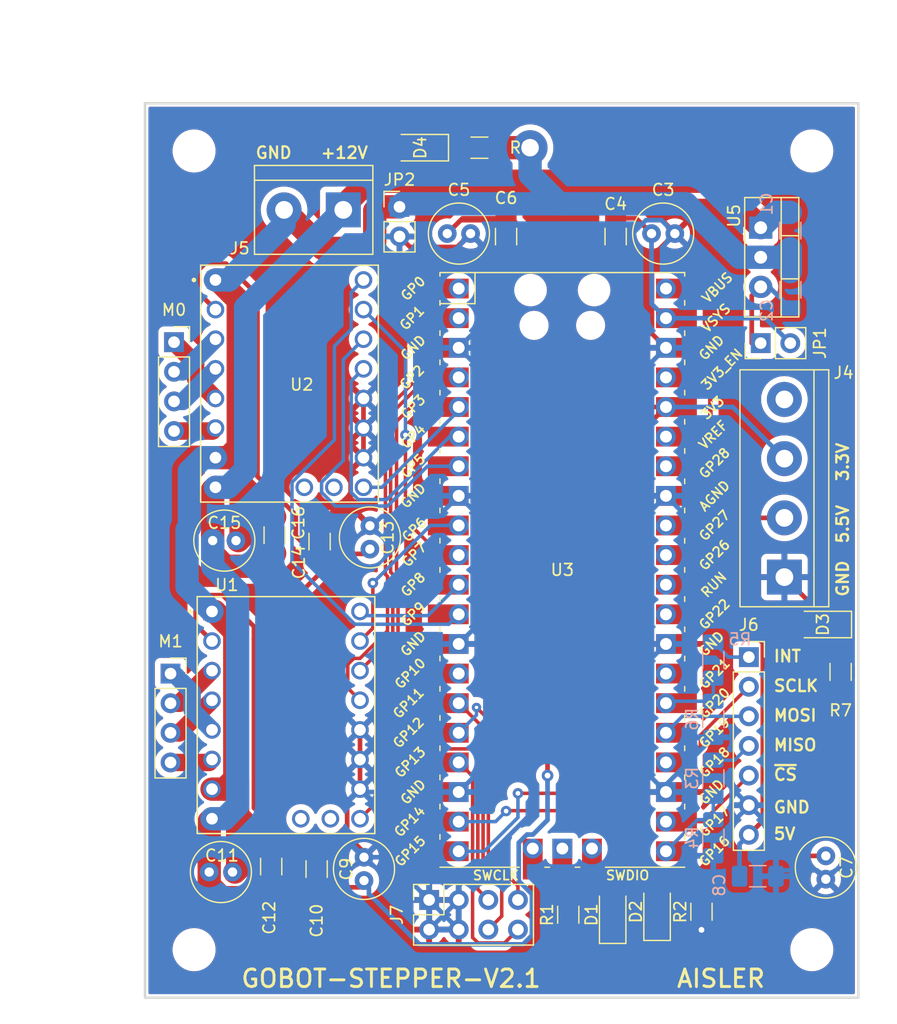
<source format=kicad_pcb>
(kicad_pcb
	(version 20240108)
	(generator "pcbnew")
	(generator_version "8.0")
	(general
		(thickness 1.6)
		(legacy_teardrops no)
	)
	(paper "A4")
	(title_block
		(title "GOBOT STEPPER BOARD")
		(date "2024-10-03")
		(rev "v.2.1")
		(comment 3 "Author: AlexanderHD27")
		(comment 4 "AISLER Project ID: DXWAAOSK")
	)
	(layers
		(0 "F.Cu" signal)
		(31 "B.Cu" signal)
		(32 "B.Adhes" user "B.Adhesive")
		(33 "F.Adhes" user "F.Adhesive")
		(34 "B.Paste" user)
		(35 "F.Paste" user)
		(36 "B.SilkS" user "B.Silkscreen")
		(37 "F.SilkS" user "F.Silkscreen")
		(38 "B.Mask" user)
		(39 "F.Mask" user)
		(40 "Dwgs.User" user "User.Drawings")
		(41 "Cmts.User" user "User.Comments")
		(42 "Eco1.User" user "User.Eco1")
		(43 "Eco2.User" user "User.Eco2")
		(44 "Edge.Cuts" user)
		(45 "Margin" user)
		(46 "B.CrtYd" user "B.Courtyard")
		(47 "F.CrtYd" user "F.Courtyard")
		(48 "B.Fab" user)
		(49 "F.Fab" user)
		(50 "User.1" user)
		(51 "User.2" user)
		(52 "User.3" user)
		(53 "User.4" user)
		(54 "User.5" user)
		(55 "User.6" user)
		(56 "User.7" user)
		(57 "User.8" user)
		(58 "User.9" user)
	)
	(setup
		(stackup
			(layer "F.SilkS"
				(type "Top Silk Screen")
			)
			(layer "F.Paste"
				(type "Top Solder Paste")
			)
			(layer "F.Mask"
				(type "Top Solder Mask")
				(thickness 0.01)
			)
			(layer "F.Cu"
				(type "copper")
				(thickness 0.035)
			)
			(layer "dielectric 1"
				(type "core")
				(thickness 1.51)
				(material "FR4")
				(epsilon_r 4.5)
				(loss_tangent 0.02)
			)
			(layer "B.Cu"
				(type "copper")
				(thickness 0.035)
			)
			(layer "B.Mask"
				(type "Bottom Solder Mask")
				(thickness 0.01)
			)
			(layer "B.Paste"
				(type "Bottom Solder Paste")
			)
			(layer "B.SilkS"
				(type "Bottom Silk Screen")
			)
			(copper_finish "HAL lead-free")
			(dielectric_constraints no)
		)
		(pad_to_mask_clearance 0)
		(allow_soldermask_bridges_in_footprints no)
		(pcbplotparams
			(layerselection 0x00010fc_ffffffff)
			(plot_on_all_layers_selection 0x0000000_00000000)
			(disableapertmacros no)
			(usegerberextensions no)
			(usegerberattributes yes)
			(usegerberadvancedattributes yes)
			(creategerberjobfile yes)
			(dashed_line_dash_ratio 12.000000)
			(dashed_line_gap_ratio 3.000000)
			(svgprecision 4)
			(plotframeref no)
			(viasonmask no)
			(mode 1)
			(useauxorigin no)
			(hpglpennumber 1)
			(hpglpenspeed 20)
			(hpglpendiameter 15.000000)
			(pdf_front_fp_property_popups yes)
			(pdf_back_fp_property_popups yes)
			(dxfpolygonmode yes)
			(dxfimperialunits yes)
			(dxfusepcbnewfont yes)
			(psnegative no)
			(psa4output no)
			(plotreference yes)
			(plotvalue yes)
			(plotfptext yes)
			(plotinvisibletext no)
			(sketchpadsonfab no)
			(subtractmaskfromsilk no)
			(outputformat 1)
			(mirror no)
			(drillshape 1)
			(scaleselection 1)
			(outputdirectory "")
		)
	)
	(net 0 "")
	(net 1 "GND")
	(net 2 "+12V")
	(net 3 "Net-(JP1-A)")
	(net 4 "Net-(D1-A)")
	(net 5 "Net-(D1-K)")
	(net 6 "Net-(D2-A)")
	(net 7 "Net-(D2-K)")
	(net 8 "Net-(D3-K)")
	(net 9 "+5V")
	(net 10 "Net-(D4-K)")
	(net 11 "Net-(J1-Pin_4)")
	(net 12 "Net-(J1-Pin_3)")
	(net 13 "Net-(J2-Pin_4)")
	(net 14 "Net-(J2-Pin_1)")
	(net 15 "Net-(J2-Pin_2)")
	(net 16 "Net-(J2-Pin_3)")
	(net 17 "/INT")
	(net 18 "/MISO")
	(net 19 "+3.3V")
	(net 20 "/CS")
	(net 21 "/SCLK")
	(net 22 "/MOSI")
	(net 23 "GND1")
	(net 24 "unconnected-(J4-Pin_4-Pad4)")
	(net 25 "/INT_V5")
	(net 26 "/MISO_V5")
	(net 27 "/RX1")
	(net 28 "/LIMIT4")
	(net 29 "unconnected-(U3-RUN-Pad30)")
	(net 30 "unconnected-(U3-GPIO28_ADC2-Pad34)")
	(net 31 "unconnected-(U3-ADC_VREF-Pad35)")
	(net 32 "/LIMIT3")
	(net 33 "unconnected-(U3-VBUS-Pad40)")
	(net 34 "/TX1")
	(net 35 "Net-(J1-Pin_1)")
	(net 36 "Net-(J1-Pin_2)")
	(net 37 "/STEP2")
	(net 38 "/DIR1")
	(net 39 "unconnected-(U3-GND-Pad42)")
	(net 40 "unconnected-(U3-3V3_EN-Pad37)")
	(net 41 "unconnected-(U3-SWDIO-Pad43)")
	(net 42 "unconnected-(U3-GPIO28_ADC2-Pad34)_1")
	(net 43 "/LIMIT2")
	(net 44 "unconnected-(U3-SWCLK-Pad41)")
	(net 45 "unconnected-(U3-SWCLK-Pad41)_1")
	(net 46 "/LIMIT1")
	(net 47 "/STEP1")
	(net 48 "unconnected-(U3-SWDIO-Pad43)_1")
	(net 49 "unconnected-(U3-RUN-Pad30)_1")
	(net 50 "unconnected-(U3-GPIO22-Pad29)")
	(net 51 "unconnected-(U3-3V3_EN-Pad37)_1")
	(net 52 "/RX2")
	(net 53 "/EN2")
	(net 54 "unconnected-(U3-ADC_VREF-Pad35)_1")
	(net 55 "/EN1")
	(net 56 "unconnected-(U3-GPIO27_ADC1-Pad32)")
	(net 57 "/DIR2")
	(net 58 "unconnected-(U3-GPIO21-Pad27)")
	(net 59 "unconnected-(U3-GND-Pad42)_1")
	(net 60 "unconnected-(U3-VBUS-Pad40)_1")
	(net 61 "unconnected-(U3-GPIO26_ADC0-Pad31)")
	(net 62 "unconnected-(U3-GPIO22-Pad29)_1")
	(net 63 "unconnected-(U3-GPIO21-Pad27)_1")
	(net 64 "unconnected-(U3-GPIO27_ADC1-Pad32)_1")
	(net 65 "unconnected-(U3-GPIO26_ADC0-Pad31)_1")
	(net 66 "/TX2")
	(net 67 "unconnected-(U1-INDEX-Pad17)")
	(net 68 "unconnected-(U1-DIAG-Pad18)")
	(net 69 "unconnected-(U2-DIAG-Pad18)")
	(net 70 "unconnected-(U2-INDEX-Pad17)")
	(footprint "Package_TO_SOT_THT:TO-220-3_Vertical" (layer "F.Cu") (at 86.614 36.576 -90))
	(footprint "Capacitor_THT:C_Radial_D5.0mm_H11.0mm_P2.00mm" (layer "F.Cu") (at 52.578 92.572272 90))
	(footprint "Resistor_SMD:R_1206_3216Metric_Pad1.30x1.75mm_HandSolder" (layer "F.Cu") (at 93.472 74.676 90))
	(footprint "Connector_PinSocket_2.54mm:PinSocket_1x07_P2.54mm_Vertical" (layer "F.Cu") (at 85.598 73.406))
	(footprint "Capacitor_THT:C_Radial_D5.0mm_H11.0mm_P2.00mm" (layer "F.Cu") (at 92.202 90.456 -90))
	(footprint "Capacitor_SMD:C_1206_3216Metric_Pad1.33x1.80mm_HandSolder" (layer "F.Cu") (at 48.768 63.5 90))
	(footprint "tmc2209:MODULE_TMC2209_SILENTSTEPSTICK" (layer "F.Cu") (at 46.184 49.954272))
	(footprint "Capacitor_SMD:C_1206_3216Metric_Pad1.33x1.80mm_HandSolder" (layer "F.Cu") (at 74.168 37.338 -90))
	(footprint "MountingHole:MountingHole_3.2mm_M3" (layer "F.Cu") (at 91 30))
	(footprint "tmc2209:MODULE_TMC2209_SILENTSTEPSTICK" (layer "F.Cu") (at 45.886 78.380272))
	(footprint "Connector_PinHeader_2.54mm:PinHeader_1x02_P2.54mm_Vertical" (layer "F.Cu") (at 86.614 46.482 90))
	(footprint "Capacitor_THT:C_Radial_D5.0mm_H11.0mm_P2.00mm" (layer "F.Cu") (at 39.298 91.842272))
	(footprint "Connector_PinSocket_2.54mm:PinSocket_1x04_P2.54mm_Vertical" (layer "F.Cu") (at 35.98 74.824272))
	(footprint "Connector_PinHeader_2.54mm:PinHeader_1x02_P2.54mm_Vertical" (layer "F.Cu") (at 55.626 34.793))
	(footprint "Capacitor_SMD:C_1206_3216Metric_Pad1.33x1.80mm_HandSolder" (layer "F.Cu") (at 64.77 37.338 -90))
	(footprint "Connector_PinSocket_2.54mm:PinSocket_1x04_P2.54mm_Vertical" (layer "F.Cu") (at 36.278 46.398272))
	(footprint "Capacitor_THT:C_Radial_D5.0mm_H11.0mm_P2.00mm" (layer "F.Cu") (at 39.596 63.416272))
	(footprint "Capacitor_THT:C_Radial_D5.0mm_H11.0mm_P2.00mm" (layer "F.Cu") (at 77.248 37.084))
	(footprint "Capacitor_SMD:C_1206_3216Metric_Pad1.33x1.80mm_HandSolder" (layer "F.Cu") (at 44.616 91.372772 90))
	(footprint "Capacitor_SMD:C_1206_3216Metric_Pad1.33x1.80mm_HandSolder" (layer "F.Cu") (at 44.914 62.946772 90))
	(footprint "Resistor_SMD:R_1206_3216Metric_Pad1.30x1.75mm_HandSolder" (layer "F.Cu") (at 70.104 95.504 90))
	(footprint "MountingHole:MountingHole_3.2mm_M3" (layer "F.Cu") (at 38 30))
	(footprint "Connector_PinSocket_2.54mm:PinSocket_2x04_P2.54mm_Vertical" (layer "F.Cu") (at 58.166 94.234 90))
	(footprint "LED_SMD:LED_1206_3216Metric_Pad1.42x1.75mm_HandSolder" (layer "F.Cu") (at 73.914 95.504 90))
	(footprint "Resistor_SMD:R_1206_3216Metric_Pad1.30x1.75mm_HandSolder" (layer "F.Cu") (at 62.484 29.718 180))
	(footprint "LED_SMD:LED_1206_3216Metric_Pad1.42x1.75mm_HandSolder" (layer "F.Cu") (at 77.724 95.25 90))
	(footprint "MountingHole:MountingHole_3.2mm_M3" (layer "F.Cu") (at 91 98.5))
	(footprint "Capacitor_THT:C_Radial_D5.0mm_H11.0mm_P2.00mm" (layer "F.Cu") (at 53.086 64.146272 90))
	(footprint "TerminalBlock:TerminalBlock_bornier-4_P5.08mm" (layer "F.Cu") (at 88.646 66.548 90))
	(footprint "LED_SMD:LED_1206_3216Metric_Pad1.42x1.75mm_HandSolder" (layer "F.Cu") (at 91.948 70.612 180))
	(footprint "TerminalBlock:TerminalBlock_bornier-2_P5.08mm" (layer "F.Cu") (at 50.8 35.052 180))
	(footprint "Resistor_SMD:R_1206_3216Metric_Pad1.30x1.75mm_HandSolder" (layer "F.Cu") (at 81.534 95.25 90))
	(footprint "Capacitor_THT:C_Radial_D5.0mm_H11.0mm_P2.00mm" (layer "F.Cu") (at 59.722 37.084))
	(footprint "MountingHole:MountingHole_3.2mm_M3" (layer "F.Cu") (at 38 98.5))
	(footprint "MCU_RaspberryPi_and_Boards:RPi_Pico_SMD_TH"
		(layer "F.Cu")
		(uuid "b06347e8-6b7f-44ee-9189-fbb6dd46a7f9")
		(at 69.596 65.928)
		(descr "Through hole straight pin header, 2x20, 2.54mm pitch, double rows")
		(tags "Through hole pin header THT 2x20 2.54mm double row")
		(property "Reference" "U3"
			(at 0 0 0)
			(layer "F.SilkS")
			(uuid "2b3c6f84-cac9-4be7-84e5-8f4b25b10e85")
			(effects
				(font
					(size 1 1)
					(thickness 0.15)
				)
			)
		)
		(property "Value" "Pico"
			(at 0 2.159 0)
			(layer "F.Fab")
			(uuid "5d14e036-570c-4b7d-a03b-855d69660bab")
			(effects
				(font
					(size 1 1)
					(thickness 0.15)
				)
			)
		)
		(property "Footprint" "MCU_RaspberryPi_and_Boards:RPi_Pico_SMD_TH"
			(at 0 0 0)
			(layer "F.Fab")
			(hide yes)
			(uuid "8bd16960-67b4-4035-a3ce-ebcbb327c12d")
			(effects
				(font
					(size 1.27 1.27)
					(thickness 0.15)
				)
			)
		)
		(property "Datasheet" ""
			(at 0 0 0)
			(layer "F.Fab")
			(hide yes)
			(uuid "8a20db70-0f37-4704-8602-b3440a312fc5")
			(effects
				(font
					(size 1.27 1.27)
					(thickness 0.15)
				)
			)
		)
		(property "Description" ""
			(at 0 0 0)
			(layer "F.Fab")
			(hide yes)
			(uuid "1d1e925f-bf57-4d09-abaa-7844dde7f249")
			(effects
				(font
					(size 1.27 1.27)
					(thickness 0.15)
				)
			)
		)
		(path "/fd99e558-8a7d-448b-809d-2c873051a073")
		(sheetname "Root")
		(sheetfile "motor-driver-breakout-v2.kicad_sch")
		(attr through_hole)
		(fp_line
			(start -10.5 -25.5)
			(end -10.5 -25.2)
			(stroke
				(width 0.12)
				(type solid)
			)
			(layer "F.SilkS")
			(uuid "bc292a82-e026-4cf9-bb82-a22331cdb7e4")
		)
		(fp_line
			(start -10.5 -25.5)
			(end 10.5 -25.5)
			(stroke
				(width 0.12)
				(type solid)
			)
			(layer "F.SilkS")
			(uuid "ee02dfba-28aa-49a4-84fc-f11c189d594a")
		)
		(fp_line
			(start -10.5 -23.1)
			(end -10.5 -22.7)
			(stroke
				(width 0.12)
				(type solid)
			)
			(layer "F.SilkS")
			(uuid "8698694e-2633-4700-871a-26a6fb935723")
		)
		(fp_line
			(start -10.5 -22.833)
			(end -7.493 -22.833)
			(stroke
				(width 0.12)
				(type solid)
			)
			(layer "F.SilkS")
			(uuid "4acbd19e-8f6d-4111-b171-5eeb62dc8cc8")
		)
		(fp_line
			(start -10.5 -20.5)
			(end -10.5 -20.1)
			(stroke
				(width 0.12)
				(type solid)
			)
			(layer "F.SilkS")
			(uuid "9ed0fe74-ebb7-435d-acfb-df3df95deae3")
		)
		(fp_line
			(start -10.5 -18)
			(end -10.5 -17.6)
			(stroke
				(width 0.12)
				(type solid)
			)
			(layer "F.SilkS")
			(uuid "12805aba-f6a1-40a6-b18e-93ccbac218a6")
		)
		(fp_line
			(start -10.5 -15.4)
			(end -10.5 -15)
			(stroke
				(width 0.12)
				(type solid)
			)
			(layer "F.SilkS")
			(uuid "6fee7454-9f79-4dec-89c3-f3a97f57eac5")
		)
		(fp_line
			(start -10.5 -12.9)
			(end -10.5 -12.5)
			(stroke
				(width 0.12)
				(type solid)
			)
			(layer "F.SilkS")
			(uuid "33ba28ba-d33d-4444-9fc3-9e2df5bbdf40")
		)
		(fp_line
			(start -10.5 -10.4)
			(end -10.5 -10)
			(stroke
				(width 0.12)
				(type solid)
			)
			(layer "F.SilkS")
			(uuid "ea11da48-df8f-4cff-b4f4-c40f94fef06d")
		)
		(fp_line
			(start -10.5 -7.8)
			(end -10.5 -7.4)
			(stroke
				(width 0.12)
				(type solid)
			)
			(layer "F.SilkS")
			(uuid "58083713-923d-41a1-a0d7-c5a3b7b5b2fd")
		)
		(fp_line
			(start -10.5 -5.3)
			(end -10.5 -4.9)
			(stroke
				(width 0.12)
				(type solid)
			)
			(layer "F.SilkS")
			(uuid "2a32dfdc-58d5-41b7-8f45-1c76ca9e7338")
		)
		(fp_line
			(start -10.5 -2.7)
			(end -10.5 -2.3)
			(stroke
				(width 0.12)
				(type solid)
			)
			(layer "F.SilkS")
			(uuid "4bf6c09e-afec-419e-81ee-7e7f591464ab")
		)
		(fp_line
			(start -10.5 -0.2)
			(end -10.5 0.2)
			(stroke
				(width 0.12)
				(type solid)
			)
			(layer "F.SilkS")
			(uuid "eb46d040-23af-4201-9ed5-da5e29bebe24")
		)
		(fp_line
			(start -10.5 2.3)
			(end -10.5 2.7)
			(stroke
				(width 0.12)
				(type solid)
			)
			(layer "F.SilkS")
			(uuid "ea8c064f-ef7e-4cda-b5e1-55cbc7c09215")
		)
		(fp_line
			(start -10.5 4.9)
			(end -10.5 5.3)
			(stroke
				(width 0.12)
				(type solid)
			)
			(layer "F.SilkS")
			(uuid "3562896a-966b-435c-9fbe-64b9eabe1670")
		)
		(fp_line
			(start -10.5 7.4)
			(end -10.5 7.8)
			(stroke
				(width 0.12)
				(type solid)
			)
			(layer "F.SilkS")
			(uuid "52f2cbb2-2b86-4ffe-9e60-92bee5d38b44")
		)
		(fp_line
			(start -10.5 10)
			(end -10.5 10.4)
			(stroke
				(width 0.12)
				(type solid)
			)
			(layer "F.SilkS")
			(uuid "484aee7e-d0f5-44e5-ba03-aaa46edf109e")
		)
		(fp_line
			(start -10.5 12.5)
			(end -10.5 12.9)
			(stroke
				(width 0.12)
				(type solid)
			)
			(layer "F.SilkS")
			(uuid "2f5c9be5-9216-43f7-a7f3-59723e76e118")
		)
		(fp_line
			(start -10.5 15.1)
			(end -10.5 15.5)
			(stroke
				(width 0.12)
				(type solid)
			)
			(layer "F.SilkS")
			(uuid "617c0ba4-7fce-4d06-8012-765ff406fce7")
		)
		(fp_line
			(start -10.5 17.6)
			(end -10.5 18)
			(stroke
				(width 0.12)
				(type solid)
			)
			(layer "F.SilkS")
			(uuid "b4288aff-ade1-435a-8acc-acf37dc5b225")
		)
		(fp_line
			(start -10.5 20.1)
			(end -10.5 20.5)
			(stroke
				(width 0.12)
				(type solid)
			)
			(layer "F.SilkS")
			(uuid "a4059a4a-88bb-4720-b4dd-70975e2cadba")
		)
		(fp_line
			(start -10.5 22.7)
			(end -10.5 23.1)
			(stroke
				(width 0.12)
				(type solid)
			)
			(layer "F.SilkS")
			(uuid "2953c12b-5544-4cdb-9e57-4a9b6d2658d3")
		)
		(fp_line
			(start -7.493 -22.833)
			(end -7.493 -25.5)
			(stroke
				(width 0.12)
				(type solid)
			)
			(layer "F.SilkS")
			(uuid "1635b7ff-dbd6-437f-88c3-21ec87b3269c")
		)
		(fp_line
			(start -3.7 25.5)
			(end -10.5 25.5)
			(stroke
				(width 0.12)
				(type solid)
			)
			(layer "F.SilkS")
			(uuid "4dca791f-c49e-42b0-b310-abdce517e8cb")
		)
		(fp_line
			(start -1.5 25.5)
			(end -1.1 25.5)
			(stroke
				(width 0.12)
				(type solid)
			)
			(layer "F.SilkS")
			(uuid "1b9b7dce-7be2-4b73-88de-3101a5c67d59")
		)
		(fp_line
			(start 1.1 25.5)
			(end 1.5 25.5)
			(stroke
				(width 0.12)
				(type solid)
			)
			(layer "F.SilkS")
			(uuid "0920dca8-a079-4a5e-b1d5-0a1b2cc27455")
		)
		(fp_line
			(start 10.5 -25.5)
			(end 10.5 -25.2)
			(stroke
				(width 0.12)
				(type solid)
			)
			(layer "F.SilkS")
			(uuid "aa9c5025-55ac-4e85-b883-10a54a919f7c")
		)
		(fp_line
			(start 10.5 -23.1)
			(end 10.5 -22.7)
			(stroke
				(width 0.12)
				(type solid)
			)
			(layer "F.SilkS")
			(uuid "f9db0b16-8b97-4755-8de7-be43f702834e")
		)
		(fp_line
			(start 10.5 -20.5)
			(end 10.5 -20.1)
			(stroke
				(width 0.12)
				(type solid)
			)
			(layer "F.SilkS")
			(uuid "445a0af1-efc2-4491-9a52-3f2f84f9cb10")
		)
		(fp_line
			(start 10.5 -18)
			(end 10.5 -17.6)
			(stroke
				(width 0.12)
				(type solid)
			)
			(layer "F.SilkS")
			(uuid "1b22e600-21e2-423f-acfb-6968ff7eca1a")
		)
		(fp_line
			(start 10.5 -15.4)
			(end 10.5 -15)
			(stroke
				(width 0.12)
				(type solid)
			)
			(layer "F.SilkS")
			(uuid "bf8445dc-87a6-4359-af78-f41469e67db7")
		)
		(fp_line
			(start 10.5 -12.9)
			(end 10.5 -12.5)
			(stroke
				(width 0.12)
				(type solid)
			)
			(layer "F.SilkS")
			(uuid "d8a1a576-cda3-4f83-9e6a-2b73652a143c")
		)
		(fp_line
			(start 10.5 -10.4)
			(end 10.5 -10)
			(stroke
				(width 0.12)
				(type solid)
			)
			(layer "F.SilkS")
			(uuid "589ad6f8-e75c-4875-98b3-1745c399db93")
		)
		(fp_line
			(start 10.5 -7.8)
			(end 10.5 -7.4)
			(stroke
				(width 0.12)
				(type solid)
			)
			(layer "F.SilkS")
			(uuid "02e8897a-9a0f-4979-8fb5-008153d25ee5")
		)
		(fp_line
			(start 10.5 -5.3)
			(end 10.5 -4.9)
			(stroke
				(width 0.12)
				(type solid)
			)
			(layer "F.SilkS")
			(uuid "2d4d7590-f685-4deb-a478-1b959ebb977d")
		)
		(fp_line
			(start 10.5 -2.7)
			(end 10.5 -2.3)
			(stroke
				(width 0.12)
				(type solid)
			)
			(layer "F.SilkS")
			(uuid "b2ea817b-1d35-47ac-8467-c3428faf239d")
		)
		(fp_line
			(start 10.5 -0.2)
			(end 10.5 0.2)
			(stroke
				(width 0.12)
				(type solid)
			)
			(layer "F.SilkS")
			(uuid "5dfa28f1-a353-438c-b957-4a32831e003f")
		)
		(fp_line
			(start 10.5 2.3)
			(end 10.5 2.7)
			(stroke
				(width 0.12)
				(type solid)
			)
			(layer "F.SilkS")
			(uuid "8eca1019-346c-4d18-a6a2-a447830aff86")
		)
		(fp_line
			(start 10.5 4.9)
			(end 10.5 5.3)
			(stroke
				(width 0.12)
				(type solid)
			)
			(layer "F.SilkS")
			(uuid "08449ebc-c683-46f4-83fa-69ec2b2b4b65")
		)
		(fp_line
			(start 10.5 7.4)
			(end 10.5 7.8)
			(stroke
				(width 0.12)
				(type solid)
			)
			(layer "F.SilkS")
			(uuid "4c2ad4ef-1603-4012-b793-a393eac50f7b")
		)
		(fp_line
			(start 10.5 10)
			(end 10.5 10.4)
			(stroke
				(width 0.12)
				(type solid)
			)
			(layer "F.SilkS")
			(uuid "85aae1e6-815f-4eb2-9d69-fd80e48df479")
		)
		(fp_line
			(start 10.5 12.5)
			(end 10.5 12.9)
			(stroke
				(width 0.12)
				(type solid)
			)
			(layer "F.SilkS")
			(uuid "59134e6e-2d3a-4662-9f4d-034979918423")
		)
		(fp_line
			(start 10.5 15.1)
			(end 10.5 15.5)
			(stroke
				(width 0.12)
				(type solid)
			)
			(layer "F.SilkS")
			(uuid "cbe742c1-6245-44d8-ace1-cbd2a3bb6a7f")
		)
		(fp_line
			(start 10.5 17.6)
			(end 10.5 18)
			(stroke
				(width 0.12)
				(type solid)
			)
			(layer "F.SilkS")
			(uuid "f38e878c-1b1a-41e4-a0bb-deeb5d140528")
		)
		(fp_line
			(start 10.5 20.1)
			(end 10.5 20.5)
			(stroke
				(width 0.12)
				(type solid)
			)
			(layer "F.SilkS")
			(uuid "792cb5f4-abc7-4953-9fdf-115baf33848c")
		)
		(fp_line
			(start 10.5 22.7)
			(end 10.5 23.1)
			(stroke
				(width 0.12)
				(type solid)
			)
			(layer "F.SilkS")
			(uuid "2a61c4b9-99a0-4e69-8153-692dce19a5f9")
		)
		(fp_line
			(start 10.5 25.5)
			(end 3.7 25.5)
			(stroke
				(width 0.12)
				(type solid)
			)
			(layer "F.SilkS")
			(uuid "9b25cb9e-8140-4b23-8821-903f80fe6ceb")
		)
		(fp_poly
			(pts
				(xy -1.5 -16.5) (xy -3.5 -16.5) (xy -3.5 -18.5) (xy -1.5 -18.5)
			)
			(stroke
				(width 0.1)
				(type solid)
			)
			(fill solid)
			(layer "Dwgs.User")
			(uuid "4674bd6c-d5d5-4526-aac9-aa32bdb6d884")
		)
		(fp_poly
			(pts
				(xy -1.5 -14) (xy -3.5 -14) (xy -3.5 -16) (xy -1.5 -16)
			)
			(stroke
				(width 0.1)
				(type solid)
			)
			(fill solid)
			(layer "Dwgs.User")
			(uuid "0cf3e6b6-d0cc-4ec9-b617-906ad7d65fe0")
		)
		(fp_poly
			(pts
				(xy -1.5 -11.5) (xy -3.5 -11.5) (xy -3.5 -13.5) (xy -1.5 -13.5)
			)
			(stroke
				(width 0.1)
				(type solid)
			)
			(fill solid)
			(layer "Dwgs.User")
			(uuid "33a7864d-2196-4247-b9a8-e1c81c30bd38")
		)
		(fp_poly
			(pts
				(xy 3.7 -20.2) (xy -3.7 -20.2) (xy -3.7 -24.9) (xy 3.7 -24.9)
			)
			(stroke
				(width 0.1)
				(type solid)
			)
			(fill solid)
			(layer "Dwgs.User")
			(uuid "fb4f9a6e-1fe1-45f9-8d93-062f00a39ca6")
		)
		(fp_line
			(start -11 -26)
			(end 11 -26)
			(stroke
				(width 0.12)
				(type solid)
			)
			(layer "F.CrtYd")
			(uuid "bd273ea3-0208-421e-946c-7de67d22301a")
		)
		(fp_line
			(start -11 26)
			(end -11 -26)
			(stroke
				(width 0.12)
				(type solid)
			)
			(layer "F.CrtYd")
			(uuid "95df6a14-f2c9-4e56-9a26-f4b2742fb3fb")
		)
		(fp_line
			(start 11 -26)
			(end 11 26)
			(stroke
				(width 0.12)
				(type solid)
			)
			(layer "F.CrtYd")
			(uuid "35973e25-7553-40fc-a898-d9c61c82922b")
		)
		(fp_line
			(start 11 26)
			(end -11 26)
			(stroke
				(width 0.12)
				(type solid)
			)
			(layer "F.CrtYd")
			(uuid "36142b13-ec60-47d1-8772-dc670cb7367c")
		)
		(fp_line
			(start -10.5 -25.5)
			(end 10.5 -25.5)
			(stroke
				(width 0.12)
				(type solid)
			)
			(layer "F.Fab")
			(uuid "fc60c09a-15ec-4f78-bb93-2c52614bba80")
		)
		(fp_line
			(start -10.5 -24.2)
			(end -9.2 -25.5)
			(stroke
				(width 0.12)
				(type solid)
			)
			(layer "F.Fab")
			(uuid "46440814-9f29-4ba7-ad9e-3e62b3bb7a52")
		)
		(fp_line
			(start -10.5 25.5)
			(end -10.5 -25.5)
			(stroke
				(width 0.12)
				(type solid)
			)
			(layer "F.Fab")
			(uuid "cc19adee-526b-4ec1-aa85-234e772e7b5e")
		)
		(fp_line
			(start 10.5 -25.5)
			(end 10.5 25.5)
			(stroke
				(width 0.12)
				(type solid)
			)
			(layer "F.Fab")
			(uuid "66dfc387-73de-4d65-a9c3-d41818b9c594")
		)
		(fp_line
			(start 10.5 25.5)
			(end -10.5 25.5)
			(stroke
				(width 0.12)
				(type solid)
			)
			(layer "F.Fab")
			(uuid "115257a0-b72b-4bd1-b7ff-8f7aae034a84")
		)
		(fp_text user "GND"
			(at -12.8 -6.35 45)
			(layer "F.SilkS")
			(uuid "01ba81f5-3fd1-4b05-b245-3e9a630c630f")
			(effects
				(font
					(size 0.8 0.8)
					(thickness 0.15)
				)
			)
		)
		(fp_text user "GP15"
			(at -13.054 24.13 45)
			(layer "F.SilkS")
			(uuid "0b541e2f-470d-420e-9649-389d599148b0")
			(effects
				(font
					(size 0.8 0.8)
					(thickness 0.15)
				)
			)
		)
		(fp_text user "GND"
			(at -12.8 6.35 45)
			(layer "F.SilkS")
			(uuid "264f5fcf-24c5-4554-87ca-f57bfe8d4f5a")
			(effects
				(font
					(size 0.8 0.8)
					(thickness 0.15)
				)
			)
		)
		(fp_text user "GP12"
			(at -13.2 13.97 45)
			(layer "F.SilkS")
			(uuid "2d38b9bc-8e95-4dc9-a2ff-b75209074ddf")
			(effects
				(font
					(size 0.8 0.8)
					(thickness 0.15)
				)
			)
		)
		(fp_text user "GND"
			(at 12.8 19.05 45)
			(layer "F.SilkS")
			(uuid "41b01b8b-81ca-4d2e-9d5b-9c2855710b99")
			(effects
				(font
					(size 0.8 0.8)
					(thickness 0.15)
				)
			)
		)
		(fp_text user "3V3_EN"
			(at 13.7 -17.2 45)
			(layer "F.SilkS")
			(uuid "430a45b2-8b66-471e-939e-17fc1eda8da4")
			(effects
				(font
					(size 0.8 0.8)
					(thickness 0.15)
				)
			)
		)
		(fp_text user "GND"
			(at -12.8 -19.05 45)
			(layer "F.SilkS")
			(uuid "5019019d-ec44-44b0-a005-5b24eb3dcece")
			(effects
				(font
					(size 0.8 0.8)
					(thickness 0.15)
				)
			)
		)
		(fp_text user "SWCLK"
			(at -5.7 26.2 0)
			(layer "F.SilkS")
			(uuid "52a53e9b-e77d-4a80-8a3a-0f118d1b076a")
			(effects
				(font
					(size 0.8 0.8)
					(thickness 0.15)
				)
			)
		)
		(fp_text user "GP19"
			(at 13.054 13.97 45)
			(layer "F.SilkS")
			(uuid "5705aee4-984c-49df-bba3-0dad3f98b855")
			(effects
				(font
					(size 0.8 0.8)
					(thickness 0.15)
				)
			)
		)
		(fp_text user "GP9"
			(at -12.8 3.81 45)
			(layer "F.SilkS")
			(uuid "5cc50c95-6eb4-4d7e-9d8d-d9a021e64532")
			(effects
				(font
					(size 0.8 0.8)
					(thickness 0.15)
				)
			)
		)
		(fp_text user "GP4"
			(at -12.8 -11.43 45)
			(layer "F.SilkS")
			(uuid "61b6c64a-5091-40f9-9e8e-f0da3e00c6b8")
			(effects
				(font
					(size 0.8 0.8)
					(thickness 0.15)
				)
			)
		)
		(fp_text user "GP6"
			(at -12.7 -3.444 45)
			(layer "F.SilkS")
			(uuid "680ac974-aae0-4997-905a-cc5c37b4247d")
			(effects
				(font
					(size 0.8 0.8)
					(thickness 0.15)
				)
			)
		)
		(fp_text user "GND"
			(at -12.8 19.05 45)
			(layer "F.SilkS")
			(uuid "6f9dffa6-d605-4dea-b2bc-bee2b1392c46")
			(effects
				(font
					(size 0.8 0.8)
					(thickness 0.15)
				)
			)
		)
		(fp_text user "GP26"
			(at 13.054 -1.27 45)
			(layer "F.SilkS")
			(uuid "733eaea0-96b5-44bb-a5e2-92e0338ea7ab")
			(effects
				(font
					(size 0.8 0.8)
					(thickness 0.15)
				)
			)
		)
		(fp_text user "VSYS"
			(at 13.2 -21.59 45)
			(layer "F.SilkS")
			(uuid "7d0d7687-c520-4f1c-b2bf-b46e07a52348")
			(effects
				(font
					(size 0.8 0.8)
					(thickness 0.15)
				)
			)
		)
		(fp_text user "VBUS"
			(at 13.3 -24.2 45)
			(layer "F.SilkS")
			(uuid "7e5ae2b8-9cce-4694-ab03-840c43ebb734")
			(effects
				(font
					(size 0.8 0.8)
					(thickness 0.15)
				)
			)
		)
		(fp_text user "AGND"
			(at 13.054 -6.35 45)
			(layer "F.SilkS")
			(uuid "8a66d9ed-1a7f-43f2-854e-e98144249b15")
			(effects
				(font
					(size 0.8 0.8)
					(thickness 0.15)
				)
			)
		)
		(fp_text user "GP18"
			(at 13.054 16.51 45)
			(layer "F.SilkS")
			(uuid "8dc26d27-0e6b-4b38-b923-0282d234acc5")
			(effects
				(font
					(size 0.8 0.8)
					(thickness 0.15)
				)
			)
		)
		(fp_text user "RUN"
			(at 13 1.27 45)
			(layer "F.SilkS")
			(uuid "8dd7df48-7ec7-4b2d-a335-d0a228bfaff0")
			(effects
				(font
					(size 0.8 0.8)
					(thickness 0.15)
				)
			)
		)
		(fp_text user "GP16"
			(at 13.054 24.13 45)
			(layer "F.SilkS")
			(uuid "93e3c4be-e9a2-4732-96af-6dcb4d0535db")
			(effects
				(font
					(size 0.8 0.8)
					(thickness 0.15)
				)
			)
		)
		(fp_text user "GP14"
			(at -13.1 21.59 45)
			(layer "F.SilkS")
			(uuid "9563c2f5-649e-4fea-87f3-45ec73fa0bef")
			(effects
				(font
					(size 0.8 0.8)
					(thickness 0.15)
				)
			)
		)
		(fp_text user "GP27"
			(at 13.054 -3.8 45)
			(layer "F.SilkS")
			(uuid "95b361ef-426c-4bd6-a7a7-04f319b792d0")
			(effects
				(font
					(size 0.8 0.8)
					(thickness 0.15)
				)
			)
		)
		(fp_text user "GP28"
			(at 13.054 -9.144 45)
			(layer "F.SilkS")
			(uuid "96f548c2-3911-4e29-8f76-4b9f2834b97a")
			(effects
				(font
					(size 0.8 0.8)
					(thickness 0.15)
				)
			)
		)
		(fp_text user "GP17"
			(at 13.054 21.59 45)
			(layer "F.SilkS")
			(uuid "9d175d98-fd1a-4a83-9a95-15f94091c4bc")
			(effects
				(font
					(size 0.8 0.8)
					(thickness 0.15)
				)
			)
		)
		(fp_text user "GP22"
			(at 13.054 3.81 45)
			(layer "F.SilkS")
			(uuid "9e5f1aad-c8ba-4184-b676-2b976af97973")
			(effects
				(font
					(size 0.8 0.8)
					(thickness 0.15)
				)
			)
		)
		(fp_text user "GP2"
			(at -12.9 -16.51 45)
			(layer "F.SilkS")
			(uuid "9fc4f7ea-eb34-476c-9646-05440f1fc0bb")
			(effects
				(font
					(size 0.8 0.8)
					(thickness 0.15)
				)
			)
		)
		(fp_text user "GP0"
			(at -12.8 -24.13 45)
			(layer "F.SilkS")
			(uuid "a3c7d08a-e265-424a-ac73-3c8c12952dc1")
			(effects
				(font
					(size 0.8 0.8)
					(thickness 0.15)
				)
			)
		)
		(fp_text user "GP13"
			(at -13.054 16.51 45)
			(layer "F.SilkS")
			(uuid "a4a737d9-b24f-4057-91e7-fc51cb08143b")
			(effects
				(font
					(size 0.8 0.8)
					(thickness 0.15)
				)
			)
		)
		(fp_text user "GP11"
			(at -13.2 11.43 45)
			(layer "F.SilkS")
			(uuid "a7a4a0a3-bee9-4fad-b300-eb45010fda7e")
			(effects
				(font
					(size 0.8 0.8)
					(thickness 0.15)
				)
			)
		)
		(fp_text user "GP21"
			(at 13.054 8.9 45)
			(layer "F.SilkS")
			(uuid "aad7c6c1-0d7e-4f86-8130-1b7f6a5a4be4")
			(effects
				(font
					(size 0.8 0.8)
					(thickness 0.15)
				)
			)
		)
		(fp_text user "VREF"
			(at 12.954 -11.572 45)
			(layer "F.SilkS")
			(uuid "ab5757f2-1238-4a2f-bf8e-aba39dd31869")
			(effects
				(font
					(size 0.8 0.8)
					(thickness 0.15)
				)
			)
		)
		(fp_text user "SWDIO"
			(at 5.6 26.2 0)
			(layer "F.SilkS")
			(uuid "adcaf370-2115-41dc-8399-fe3b5591a328")
			(effects
				(font
					(size 0.8 0.8)
					(thickness 0.15)
				)
			)
		)
		(fp_text user "GP8"
			(at -12.8 1.27 45)
			(layer "F.SilkS")
			(uuid "b1caadc2-9c32-4f62-abcc-0fae424cd0d9")
			(effects
				(font
					(size 0.8 0.8)
					(thickness 0.15)
				)
			)
		)
		(fp_text user "GND"
			(at 12.8 6.35 45)
			(layer "F.SilkS")
			(uuid "b87798dc-48b9-462a-9c49-d547bfb7cf45")
			(effects
				(font
					(size 0.8 0.8)
					(thickness 0.15)
				)
			)
		)
		(fp_text user "GND"
			(at 12.8 -19.05 45)
			(layer "F.SilkS")
			(uuid "bb6092ab-3f3c-4d5d-973d-2a8b6062fe76")
			(effects
				(font
					(size 0.8 0.8)
					(thickness 0.15)
				)
			)
		)
		(fp_text user "GP5"
			(at -12.8 -8.89 45)
			(layer "F.SilkS")
			(uuid "c6fcc07f-e660-4405-a078-ec1637fd05d7")
			(effects
				(font
					(size 0.8 0.8)
					(thickness 0.15)
				)
			)
		)
		(fp_text user "GP3"
			(at -12.8 -13.97 45)
			(layer "F.SilkS")
			(uuid "cc91e68a-0e0c-4c81-823b-ed653e5db01d")
			(effects
				(font
					(size 0.8 0.8)
					(thickness 0.15)
				)
			)
		)
		(fp_text user "3V3"
			(at 12.9 -13.9 45)
			(layer "F.SilkS")
			(uuid "e4ddb89d-4a8c-427c-8d94-c6a5f244514c")
			(effects
				(font
					(size 0.8 0.8)
					(thickness 0.15)
				)
			)
		)
		(fp_text user "GP7"
			(at -12.7 -1.3 45)
			(layer "F.SilkS")
			(uuid "e96a7425-602e-4b81-a6d1-fd8484093345")
			(effects
				(font
					(size 0.8 0.8)
					(thickness 0.15)
				)
			)
		)
		(fp_text user "GP20"
			(at 13.054 11.43 45)
			(layer "F.SilkS")
			(uuid "f6c815bc-0b77-4985-82e4-7159a9e9c326")
			(effects
				(font
					(size 0.8 0.8)
					(thickness 0.15)
				)
			)
		)
		(fp_text user "GP1"
			(at -12.9 -21.6 45)
			(layer "F.SilkS")
			(uuid "fb6df8e2-3221-468a-9954-e2ce646ede3c")
			(effects
				(font
					(size 0.8 0.8)
					(thickness 0.15)
				)
			)
		)
		(fp_text user "GP10"
			(at -13.054 8.89 45)
			(layer "F.SilkS")
			(uuid "fbb11c85-eb08-456b-9eb5-0a2373697e48")
			(effects
				(font
					(size 0.8 0.8)
					(thickness 0.15)
				)
			)
		)
		(fp_text user "Copper Keepouts shown on Dwgs layer"
			(at 4.064 -2.936 90)
			(layer "Cmts.User")
			(uuid "c6993b43-3a44-4325-bb7f-db3f1f6ccca3")
			(effects
				(font
					(size 1 1)
					(thickness 0.15)
				)
			)
		)
		(fp_text user "${REFERENCE}"
			(at 0 0 180)
			(layer "F.Fab")
			(uuid "25d28b1c-1267-4aa9-84bc-b8d0b43067ba")
			(effects
				(font
					(size 1 1)
					(thickness 0.15)
				)
			)
		)
		(pad "" np_thru_hole oval
			(at -2.725 -24)
			(size 1.8 1.8)
			(drill 1.8)
			(layers "*.Cu" "*.Mask")
			(uuid "a086e08b-6d37-4d84-b8bb-1d827d145a94")
		)
		(pad "" np_thru_hole oval
			(at -2.425 -20.97)
			(size 1.5 1.5)
			(drill 1.5)
			(layers "*.Cu" "*.Mask")
			(uuid "076246bb-0cfd-42e2-bee0-2c75d0d254a0")
		)
		(pad "" np_thru_hole oval
			(at 2.425 -20.97)
			(size 1.5 1.5)
			(drill 1.5)
			(layers "*.Cu" "*.Mask")
			(uuid "74952c79-3a1b-42fe-ae9f-85b526841b3c")
		)
		(pad "" np_thru_hole oval
			(at 2.725 -24)
			(size 1.8 1.8)
			(drill 1.8)
			(layers "*.Cu" "*.Mask")
			(uuid "992ddf52-91f3-4951-adb0-aff236efb0f0")
		)
		(pad "1" thru_hole oval
			(at -8.89 -24.13)
			(size 1.7 1.7)
			(drill 1.02)
			(layers "*.Cu" "*.Mask")
			(remove_unused_layers no)
			(net 27 "/RX1")
			(pinfunction "GPIO0")
			(pintype "bidirectional")
			(uuid "1ae14ddd-e8a3-4caa-81a0-3279ca0564ae")
		)
		(pad "1" smd rect
			(at -8.89 -24.13)
			(size 3.5 1.7)
			(drill
				(offset -0.9 0)
			)
			(layers "F.Cu" "F.Mask")
			(net 27 "/RX1")
			(pinfunction "GPIO0")
			(pintype "bidirectional")
			(uuid "119e4d50-2e35-46b2-b4cf-0ce1e7793387")
		)
		(pad "2" thru_hole oval
			(at -8.89 -21.59)
			(size 1.7 1.7)
			(drill 1.02)
			(layers "*.Cu" "*.Mask")
			(remove_unused_layers no)
			(net 34 "/TX1")
			(pinfunction "GPIO1")
			(pintype "bidirectional")
			(uuid "3fc0ef49-c94a-4393-bbe7-3178962d07d1")
		)
		(pad "2" smd rect
			(at -8.89 -21.59)
			(size 3.5 1.7)
			(drill
				(offset -0.9 0)
			)
			(layers "F.Cu" "F.Mask")
			(net 34 "/TX1")
			(pinfunction "GPIO1")
			(pintype "bidirectional")
			(uuid "8ffb6422-d696-4aa4-a639-55260130c9c6")
		)
		(pad "3" thru_hole rect
			(at -8.89 -19.05)
			(size 1.7 1.7)
			(drill 1.02)
			(layers "*.Cu" "*.Mask")
			(remove_unused_layers no)
			(net 23 "GND1")
			(pinfunction "GND")
			(pintype "power_in")
			(uuid "91ebe224-ccbe-4f01-86a9-9ed38fcf869b")
		)
		(pad "3" smd rect
			(at -8.89 -19.05)
			(size 3.5 1.7)
			(drill
				(offset -0.9 0)
			)
			(layers "F.Cu" "F.Mask")
			(net 23 "GND1")
			(pinfunction "GND")
			(pintype "power_in")
			(uuid "8a47c691-7668-4637-8cc4-a24f064d0096")
		)
		(pad "4" thru_hole oval
			(at -8.89 -16.51)
			(size 1.7 1.7)
			(drill 1.02)
			(layers "*.Cu" "*.Mask")
			(remove_unused_layers no)
			(net 55 "/EN1")
			(pinfunction "GPIO2")
			(pintype "bidirectional")
			(uuid "a0edab9f-1486-4870-97dc-29abc9ca1e4e")
		)
		(pad "4" smd rect
			(at -8.89 -16.51)
			(size 3.5 1.7)
			(drill
				(offset -0.9 0)
			)
			(layers "F.Cu" "F.Mask")
			(net 55 "/EN1")
			(pinfunction "GPIO2")
			(pintype "bidirectional")
			(uuid "d813ac91-1f7e-45b1-b174-768d232b023e")
		)
		(pad "5" thru_hole oval
			(at -8.89 -13.97)
			(size 1.7 1.7)
			(drill 1.02)
			(layers "*.Cu" "*.Mask")
			(remove_unused_layers no)
			(net 53 "/EN2")
			(pinfunction "GPIO3")
			(pintype "bidirectional")
			(uuid "dfe135dd-8efa-4cf2-947b-2a887fc39c8d")
		)
		(pad "5" smd rect
			(at -8.89 -13.97)
			(size 3.5 1.7)
			(drill
				(offset -0.9 0)
			)
			(layers "F.Cu" "F.Mask")
			(net 53 "/EN2")
			(pinfunction "GPIO3")
			(pintype "bidirectional")
			(uuid "9b68a475-b298-4566-81e2-a89abbf8a4bb")
		)
		(pad "6" thru_hole oval
			(at -8.89 -11.43)
			(size 1.7 1.7)
			(drill 1.02)
			(layers "*.Cu" "*.Mask")
			(remove_unused_layers no)
			(net 52 "/RX2")
			(pinfunction "GPIO4")
			(pintype "bidirectional")
			(uuid "9950945b-8521-4b91-8301-9a4605f530e8")
		)
		(pad "6" smd rect
			(at -8.89 -11.43)
			(size 3.5 1.7)
			(drill
				(offset -0.9 0)
			)
			(layers "F.Cu" "F.Mask")
			(net 52 "/RX2")
			(pinfunction "GPIO4")
			(pintype "bidirectional")
			(uuid "f5339931-4a3e-453a-a5b0-c6661c5a5db4")
		)
		(pad "7" thru_hole oval
			(at -8.89 -8.89)
			(size 1.7 1.7)
			(drill 1.02)
			(layers "*.Cu" "*.Mask")
			(remove_unused_layers no)
			(net 66 "/TX2")
			(pinfunction "GPIO5")
			(pintype "bidirectional")
			(uuid "ece85cc7-65d3-4560-8b72-cd24d6860317")
		)
		(pad "7" smd rect
			(at -8.89 -8.89)
			(size 3.5 1.7)
			(drill
				(offset -0.9 0)
			)
			(layers "F.Cu" "F.Mask")
			(net 66 "/TX2")
			(pinfunction "GPIO5")
			(pintype "bidirectional")
			(uuid "efe3d9f9-9ae8-458a-a2cb-47e07b460abe")
		)
		(pad "8" thru_hole rect
			(at -8.89 -6.35)
			(size 1.7 1.7)
			(drill 1.02)
			(layers "*.Cu" "*.Mask")
			(remove_unused_layers no)
			(net 23 "GND1")
			(pinfunction "GND")
			(pintype "power_in")
			(uuid "42253d2a-6e57-4baf-af67-a29cb52fc6fc")
		)
		(pad "8" smd rect
			(at -8.89 -6.35)
			(size 3.5 1.7)
			(drill
				(offset -0.9 0)
			)
			(layers "F.Cu" "F.Mask")
			(net 23 "GND1")
			(pinfunction "GND")
			(pintype "power_in")
			(uuid "17ef859d-cc50-42bf-9e80-30dbc78469a9")
		)
		(pad "9" thru_hole oval
			(at -8.89 -3.81)
			(size 1.7 1.7)
			(drill 1.02)
			(layers "*.Cu" "*.Mask")
			(remove_unused_layers no)
			(net 47 "/STEP1")
			(pinfunction "GPIO6")
			(pintype "bidirectional")
			(uuid "cfdee18d-6740-453c-b1c1-67b23cb73b0c")
		)
		(pad "9" smd rect
			(at -8.89 -3.81)
			(size 3.5 1.7)
			(drill
				(offset -0.9 0)
			)
			(layers "F.Cu" "F.Mask")
			(net 47 "/STEP1")
			(pinfunction "GPIO6")
			(pintype "bidirectional")
			(uuid "6c222bd2-189f-4dbe-8e6e-06cd1b5f6854")
		)
		(pad "10" thru_hole oval
			(at -8.89 -1.27)
			(size 1.7 1.7)
			(drill 1.02)
			(layers "*.Cu" "*.Mask")
			(remove_unused_layers no)
			(net 37 "/STEP2")
			(pinfunction "GPIO7")
			(pintype "bidirectional")
			(uuid "bcea3bd9-3a6f-47bc-ab1f-85fbf4ff8d77")
		)
		(pad "10" smd rect
			(at -8.89 -1.27)
			(size 3.5 1.7)
			(drill
				(offset -0.9 0)
			)
			(layers "F.Cu" "F.Mask")
			(net 37 "/STEP2")
			(pinfunction "GPIO7")
			(pintype "bidirectional")
			(uuid "4866901c-9ca2-4e47-ab82-285b94343987")
		)
		(pad "11" thru_hole oval
			(at -8.89 1.27)
			(size 1.7 1.7)
			(drill 1.02)
			(layers "*.Cu" "*.Mask")
			(remove_unused_layers no)
			(net 38 "/DIR1")
			(pinfunction "GPIO8")
			(pintype "bidirectional")
			(uuid "4d3d7711-f674-42e7-b5ec-e2fde17ea520")
		)
		(pad "11" smd rect
			(at -8.89 1.27)
			(size 3.5 1.7)
			(drill
				(offset -0.9 0)
			)
			(layers "F.Cu" "F.Mask")
			(net 38 "/DIR1")
			(pinfunction "GPIO8")
			(pintype "bidirectional")
			(uuid "48ef01c2-9921-4766-864e-60126c55adf2")
		)
		(pad "12" thru_hole oval
			(at -8.89 3.81)
			(size 1.7 1.7)
			(drill 1.02)
			(layers "*.Cu" "*.Mask")
			(remove_unused_layers no)
			(net 57 "/DIR2")
			(pinfunction "GPIO9")
			(pintype "bidirectional")
			(uuid "a8a09ced-4e37-42dc-9703-8f363a4a23bb")
		)
		(pad "12" smd rect
			(at -8.89 3.81)
			(size 3.5 1.7)
			(drill
				(offset -0.9 0)
			)
			(layers "F.Cu" "F.Mask")
			(net 57 "/DIR2")
			(pinfunction "GPIO9")
			(pintype "bidirectional")
			(uuid "dd6ca3e7-79b3-43f1-8a50-89f312df1b84")
		)
		(pad "13" thru_hole rect
			(at -8.89 6.35)
			(size 1.7 1.7)
			(drill 1.02)
			(layers "*.Cu" "*.Mask")
			(remove_unused_layers no)
			(net 23 "GND1")
			(pinfunction "GND")
			(pintype "power_in")
			(uuid "1aa24fe7-db90-4a6a-b723-ba859a4f6578")
		)
		(pad "13" smd rect
			(at -8.89 6.35)
			(size 3.5 1.7)
			(drill
				(offset -0.9 0)
			)
			(layers "F.Cu" "F.Mask")
			(net 23 "GND1")
			(pinfunction "GND")
			(pintype "power_in")
			(uuid "a473bf14-9023-42ea-8f06-78e27b7c8395")
		)
		(pad "14" thru_hole oval
			(at -8.89 8.89)
			(size 1.7 1.7)
			(drill 1.02)
			(layers "*.Cu" "*.Mask")
			(remove_unused_layers no)
			(net 46 "/LIMIT1")
			(pinfunction "GPIO10")
			(pintype "bidirectional")
			(uuid "86928f47-94d2-45bb-a6b7-3488eae9ed37")
		)
		(pad "14" smd rect
			(at -8.89 8.89)
			(size 3.5 1.7)
			(drill
				(offset -0.9 0)
			)
			(layers "F.Cu" "F.Mask")
			(net 46 "/LIMIT1")
			(pinfunction "GPIO10")
			(pintype "bidirectional")
			(uuid "6128ebef-4693-453e-9c3a-7ba45040ef6d")
		)
		(pad "15" thru_hole oval
			(at -8.89 11.43)
			(size 1.7 1.7)
			(drill 1.02)
			(layers "*.Cu" "*.Mask")
			(remove_unused_layers no)
			(net 43 "/LIMIT2")
			(pinfunction "GPIO11")
			(pintype "bidirectional")
			(uuid "9fc89ba5-9fc6-414e-b626-e9017e70646d")
		)
		(pad "15" smd rect
			(at -8.89 11.43)
			(size 3.5 1.7)
			(drill
				(offset -0.9 0)
			)
			(layers "F.Cu" "F.Mask")
			(net 43 "/LIMIT2")
			(pinfunction "GPIO11")
			(pintype "bidirectional")
			(uuid "5be1a68f-fb39-4cef-be10-b7ca8c3c0c40")
		)
		(pad "16" thru_hole oval
			(at -8.89 13.97)
			(size 1.7 1.7)
			(drill 1.02)
			(layers "*.Cu" "*.Mask")
			(remove_unused_layers no)
			(net 32 "/LIMIT3")
			(pinfunction "GPIO12")
			(pintype "bidirectional")
			(uuid "38fed148-08c2-4902-81dc-8a6fb1efe20b")
		)
		(pad "16" smd rect
			(at -8.89 13.97)
			(size 3.5 1.7)
			(drill
				(offset -0.9 0)
			)
			(layers "F.Cu" "F.Mask")
			(net 32 "/LIMIT3")
			(pinfunction "GPIO12")
			(pintype "bidirectional")
			(uuid "a6d4cc29-4bdf-46a4-8466-eb235bd8e77a")
		)
		(pad "17" thru_hole oval
			(at -8.89 16.51)
			(size 1.7 1.7)
			(drill 1.02)
			(layers "*.Cu" "*.Mask")
			(remove_unused_layers no)
			(net 28 "/LIMIT4")
			(pinfunction "GPIO13")
			(pintype "bidirectional")
			(uuid "1be7548d-678e-4681-8d99-2ebfdf9c736a")
		)
		(pad "17" smd rect
			(at -8.89 16.51)
			(size 3.5 1.7)
			(drill
				(offset -0.9 0)
			)
			(layers "F.Cu" "F.Mask")
			(net 28 "/LIMIT4")
			(pinfunction "GPIO13")
			(pintype "bidirectional")
			(uuid "33ae80f9-8f0b-4469-a6a7-df341237bc56")
		)
		(pad "18" thru_hole rect
			(at -8.89 19.05)
			(size 1.7 1.7)
			(drill 1.02)
			(layers "*.Cu" "*.Mask")
			(remove_unused_layers no)
			(net 23 "GND1")
			(pinfunction "GND")
			(pintype "power_in")
			(uuid "9439c846-64e5-4358-8894-756f5149f087")
		)
		(pad "18" smd rect
			(at -8.89 19.05)
			(size 3.5 1.7)
			(drill
				(offset -0.9 0)
			)
			(layers "F.Cu" "F.Mask")
			(net 23 "GND1")
			(pinfunction "GND")
			(pintype "power_in")
			(uuid "7ca2559d-5f9b-48a6-9560-7200b198eb4d")
		)
		(pad "19" thru_hole oval
			(at -8.89 21.59)
			(size 1.7 1.7)
			(drill 1.02)
			(layers "*.Cu" "*.Mask")
			(remove_unused_layers no)
			(net 4 "Net-(D1-A)")
			(pinfunction "GPIO14")
			(pintype "bidirectional")
			(uuid "249c50fb-e596-4e9c-8f95-505c6fce4042")
		)
		(pad "19" smd rect
			(at -8.89 21.59)
			(size 3.5 1.7)
			(drill
				(offset -0.9 0)
			)
			(layers "F.Cu" "F.Mask")
			(net 4 "Net-(D1-A)")
			(pinfunction "GPIO14")
			(pintype "bidirectional")
			(uuid "86bb271c-dcf6-4e00-a7af-0f0734b99125")
		)
		(pad "20" thru_hole oval
			(at -8.89 24.13)
			(size 1.7 1.7)
			(drill 1.02)
			(layers "*.Cu" "*.Mask")
			(remove_unused_layers no)
			(net 6 "Net-(D2-A)")
			(pinfunction "GPIO15")
			(pintype "bidirectional")
			(uuid "7e67a90d-6173-4634-934a-2df7cd5c5681")
		)
		(pad "20" smd rect
			(at -8.89 24.13)
			(size 3.5 1.7)
			(drill
				(offset -0.9 0)
			)
			(layers "F.Cu" "F.Mask")
			(net 6 "Net-(D2-A)")
			(pinfunction "GPIO15")
			(pintype "bidirectional")
			(uuid "ba4229f1-b7e4-463d-ac24-ee197dc74e66")
		)
		(pad "21" thru_hole oval
			(at 8.89 24.13)
			(size 1.7 1.7)
			(drill 1.02)
			(layers "*.Cu" "*.Mask")
			(remove_unused_layers no)
			(net 18 "/MISO")
			(pinfunction "GPIO16")
			(pintype "bidirectional")
			(uuid "174cb8c3-63da-4a09-bb03-efdb29944bb6")
		)
		(pad "21" smd rect
			(at 8.89 24.13)
			(size 3.5 1.7)
			(drill
				(offset 0.9 0)
			)
			(layers "F.Cu" "F.Mask")
			(net 18 "/MISO")
			(pinfunction "GPIO16")
			(pintype "bidirectional")
			(uuid "85ba47cc-9d6e-4523-a193-f31d1d451ead")
		)
		(pad "22" thru_hole oval
			(at 8.89 21.59)
			(size 1.7 1.7)
			(drill 1.02)
			(layers "*.Cu" "*.Mask")
			(remove_unused_layers no)
			(net 20 "/CS")
			(pinfunction "GPIO17")
			(pintype "bidirectional")
			(uuid "d1fa3964-22fa-468f-a47a-0392bedce743")
		)
		(pad "22" smd rect
			(at 8.89 21.59)
			(size 3.5 1.7)
			(drill
				(offset 0.9 0)
			)
			(layers "F.Cu" "F.Mask")
			(net 20 "/CS")
			(pinfunction "GPIO17")
			(pintype "bidirectional")
			(uuid "da26c239-ff1f-4f62-95fe-bd6d13fd2460")
		)
		(pad "23" thru_hole rect
			(at 8.89 19.05)
			(size 1.7 1.7)
			(drill 1.02)
			(layers "*.Cu" "*.Mask")
			(remove_unused_layers no)
			(net 23 "GND1")
			(pinfunction "GND")
			(pintype "power_in")
			(uuid "45f120c9-56a0-41df-967d-d9c0551e6b78")
		)
		(pad "23" smd rect
			(at 8.89 19.05)
			(size 3.5 1.7)
			(drill
				(offset 0.9 0)
			)
			(layers "F.Cu" "F.Mask")
			(net 23 "GND1")
			(pinfunction "GND")
			(pintype "power_in")
			(uuid "d50cec1c-2ddb-4a38-a4ae-b4d875c58928")
		)
		(pad "24" thru_hole oval
			(at 8.89 16.51)
			(size 1.7 1.7)
			(drill 1.02)
			(layers "*.Cu" "*.Mask")
			(remove_unused_layers no)
			(net 21 "/SCLK")
			(pinfunction "GPIO18")
			(pintype "bidirectional")
			(uuid "da748ebe-cb4c-4097-8e6a-459b554070a6")
		)
		(pad "24" smd rect
			(at 8.89 16.51)
			(size 3.5 1.7)
			(drill
				(offset 0.9 0)
			)
			(layers "F.Cu" "F.Mask")
			(net 21 "/SCLK")
			(pinfunction "GPIO18")
			(pintype "bidirectional")
			(uuid "6c05b855-123b-426e-ba4d-7b795634f8da")
		)
		(pad "25" thru_hole oval
			(at 8.89 13.97)
			(size 1.7 1.7)
			(drill 1.02)
			(layers "*.Cu" "*.Mask")
			(remove_unused_layers no)
			(net 22 "/MOSI")
			(pinfunction "GPIO19")
			(pintype "bidirectional")
			(uuid "9d8728dc-052b-42b2-8519-036517307b0e")
		)
		(pad "25" smd rect
			(at 8.89 13.97)
			(size 3.5 1.7)
			(drill
				(offset 0.9 0)
			)
			(layers "F.Cu" "F.Mask")
			(net 22 "/MOSI")
			(pinfunction "GPIO19")
			(pintype "bidirectiona
... [487396 chars truncated]
</source>
